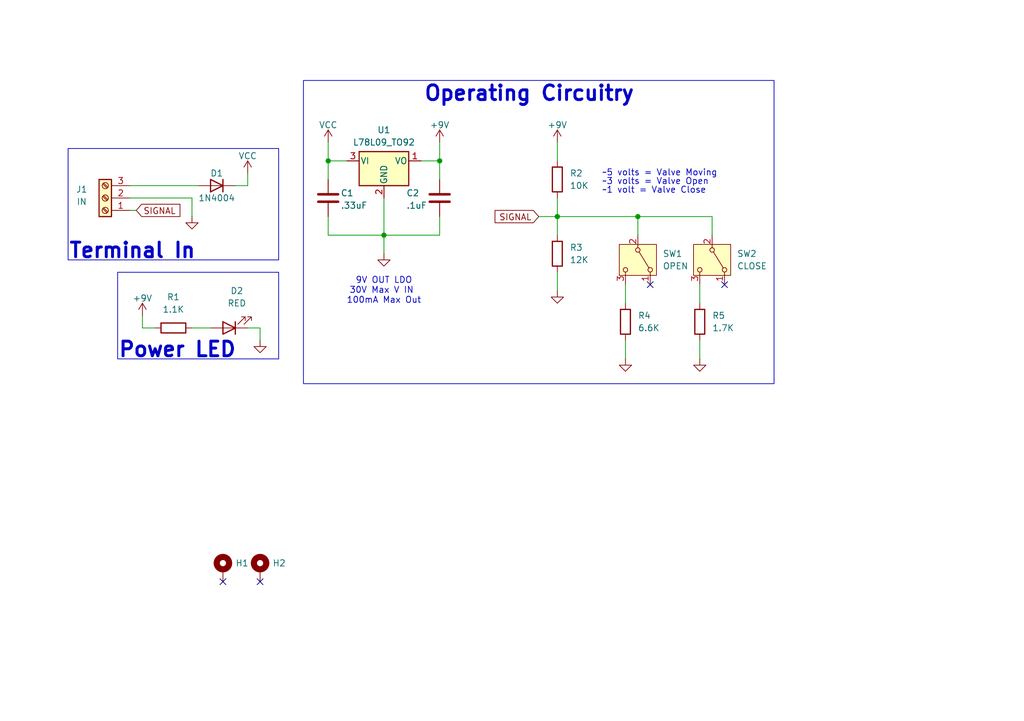
<source format=kicad_sch>
(kicad_sch (version 20250114) (generator "eeschema") (generator_version "9.0")
  (paper "A5")
  (lib_symbols
    (symbol "Connector:Screw_Terminal_01x03" (pin_names (offset 1.016) (hide yes))
      (property "Reference" "J" (at 0 5.08 0))
      (property "Value" "Screw_Terminal_01x03" (at 0 -5.08 0))
      (symbol "Screw_Terminal_01x03_1_1"
        (rectangle (start -1.27 3.81) (end 1.27 -3.81) (stroke (width 0.254)) (fill (type background)))
        (polyline (pts (xy -0.5334 2.8702) (xy 0.3302 2.032)) (stroke (width 0.1524)))
        (polyline (pts (xy -0.5334 0.3302) (xy 0.3302 -0.508)) (stroke (width 0.1524)))
        (polyline (pts (xy -0.5334 -2.2098) (xy 0.3302 -3.048)) (stroke (width 0.1524)))
        (polyline (pts (xy -0.3556 3.048) (xy 0.508 2.2098)) (stroke (width 0.1524)))
        (polyline (pts (xy -0.3556 0.508) (xy 0.508 -0.3302)) (stroke (width 0.1524)))
        (polyline (pts (xy -0.3556 -2.032) (xy 0.508 -2.8702)) (stroke (width 0.1524)))
        (circle (center 0 2.54) (radius 0.635) (stroke (width 0.1524)))
        (circle (center 0 0) (radius 0.635) (stroke (width 0.1524)))
        (circle (center 0 -2.54) (radius 0.635) (stroke (width 0.1524)))
        (pin passive line (at -5.08 2.54 0) (length 3.81) (name "Pin_1") (number "1"))
        (pin passive line (at -5.08 0 0) (length 3.81) (name "Pin_2") (number "2"))
        (pin passive line (at -5.08 -2.54 0) (length 3.81) (name "Pin_3") (number "3"))
      )
    )
    (symbol "Device:C" (pin_numbers (hide yes)) (pin_names (offset 0.254))
      (property "Reference" "C" (at 0.635 2.54 0))
      (property "Value" "C" (at 0.635 -2.54 0))
      (symbol "C_0_1"
        (polyline (pts (xy -2.032 0.762) (xy 2.032 0.762)) (stroke (width 0.508)))
        (polyline (pts (xy -2.032 -0.762) (xy 2.032 -0.762)) (stroke (width 0.508)))
      )
      (symbol "C_1_1"
        (pin passive line (at 0 3.81 270) (length 2.794) (name "~") (number "1"))
        (pin passive line (at 0 -3.81 90) (length 2.794) (name "~") (number "2"))
      )
    )
    (symbol "Device:LED" (pin_numbers (hide yes)) (pin_names (offset 1.016) (hide yes))
      (property "Reference" "D" (at 0 2.54 0))
      (property "Value" "LED" (at 0 -2.54 0))
      (symbol "LED_0_1"
        (polyline (pts (xy -3.048 -0.762) (xy -4.572 -2.286) (xy -3.81 -2.286) (xy -4.572 -2.286) (xy -4.572 -1.524)))
        (polyline (pts (xy -1.778 -0.762) (xy -3.302 -2.286) (xy -2.54 -2.286) (xy -3.302 -2.286) (xy -3.302 -1.524)))
        (polyline (pts (xy -1.27 0) (xy 1.27 0)))
        (polyline (pts (xy -1.27 -1.27) (xy -1.27 1.27)) (stroke (width 0.254)))
        (polyline (pts (xy 1.27 -1.27) (xy 1.27 1.27) (xy -1.27 0) (xy 1.27 -1.27)) (stroke (width 0.254)))
      )
      (symbol "LED_1_1"
        (pin passive line (at -3.81 0 0) (length 2.54) (name "K") (number "1"))
        (pin passive line (at 3.81 0 180) (length 2.54) (name "A") (number "2"))
      )
    )
    (symbol "Device:R" (pin_numbers (hide yes)) (pin_names (offset 0))
      (property "Reference" "R" (at 2.032 0 90))
      (property "Value" "R" (at 0 0 90))
      (symbol "R_0_1"
        (rectangle (start -1.016 -2.54) (end 1.016 2.54) (stroke (width 0.254)))
      )
      (symbol "R_1_1"
        (pin passive line (at 0 3.81 270) (length 1.27) (name "~") (number "1"))
        (pin passive line (at 0 -3.81 90) (length 1.27) (name "~") (number "2"))
      )
    )
    (symbol "Diode:1N4004" (pin_numbers (hide yes)) (pin_names (hide yes))
      (property "Reference" "D" (at 0 2.54 0))
      (property "Value" "1N4004" (at 0 -2.54 0))
      (symbol "1N4004_0_1"
        (polyline (pts (xy -1.27 1.27) (xy -1.27 -1.27)) (stroke (width 0.254)))
        (polyline (pts (xy 1.27 1.27) (xy 1.27 -1.27) (xy -1.27 0) (xy 1.27 1.27)) (stroke (width 0.254)))
        (polyline (pts (xy 1.27 0) (xy -1.27 0)))
      )
      (symbol "1N4004_1_1"
        (pin passive line (at -3.81 0 0) (length 2.54) (name "K") (number "1"))
        (pin passive line (at 3.81 0 180) (length 2.54) (name "A") (number "2"))
      )
    )
    (symbol "Mechanical:MountingHole_Pad" (pin_numbers (hide yes)) (pin_names (offset 1.016) (hide yes)) (in_bom no)
      (property "Reference" "H" (at 0 6.35 0))
      (property "Value" "MountingHole_Pad" (at 0 4.445 0))
      (symbol "MountingHole_Pad_0_1"
        (circle (center 0 1.27) (radius 1.27) (stroke (width 1.27)))
      )
      (symbol "MountingHole_Pad_1_1"
        (pin input line (at 0 -2.54 90) (length 2.54) (name "1") (number "1"))
      )
    )
    (symbol "Regulator_Linear:L78L09_TO92" (pin_names (offset 0.254))
      (property "Reference" "U" (at -3.81 3.175 0))
      (property "Value" "L78L09_TO92" (at 0 3.175 0))
      (symbol "L78L09_TO92_0_1"
        (rectangle (start -5.08 -5.08) (end 5.08 1.905) (stroke (width 0.254)) (fill (type background)))
      )
      (symbol "L78L09_TO92_1_1"
        (pin power_in line (at -7.62 0 0) (length 2.54) (name "VI") (number "3"))
        (pin power_in line (at 0 -7.62 90) (length 2.54) (name "GND") (number "2"))
        (pin power_out line (at 7.62 0 180) (length 2.54) (name "VO") (number "1"))
      )
    )
    (symbol "Switch:SW_SPDT" (pin_names (offset 0) (hide yes))
      (property "Reference" "SW" (at 0 5.08 0))
      (property "Value" "SW_SPDT" (at 0 -5.08 0))
      (symbol "SW_SPDT_0_1"
        (circle (center -2.032 0) (radius 0.4572))
        (polyline (pts (xy -1.651 0.254) (xy 1.651 2.286)))
        (circle (center 2.032 2.54) (radius 0.4572))
        (circle (center 2.032 -2.54) (radius 0.4572))
      )
      (symbol "SW_SPDT_1_1"
        (rectangle (start -3.175 3.81) (end 3.175 -3.81) (fill (type background)))
        (pin passive line (at -5.08 0 0) (length 2.54) (name "B") (number "2"))
        (pin passive line (at 5.08 2.54 180) (length 2.54) (name "A") (number "1"))
        (pin passive line (at 5.08 -2.54 180) (length 2.54) (name "C") (number "3"))
      )
    )
    (symbol "power:+9V" (power) (pin_numbers (hide yes)) (pin_names (offset 0) (hide yes))
      (property "Value" "+9V" (at 0 3.556 0))
      (symbol "+9V_0_1"
        (polyline (pts (xy -0.762 1.27) (xy 0 2.54)))
        (polyline (pts (xy 0 2.54) (xy 0.762 1.27)))
        (polyline (pts (xy 0 0) (xy 0 2.54)))
      )
      (symbol "+9V_1_1"
        (pin power_in line (at 0 0 90) (length 0) (name "~") (number "1"))
      )
    )
    (symbol "power:GND" (power) (pin_numbers (hide yes)) (pin_names (offset 0) (hide yes))
      (property "Value" "GND" (at 0 -3.81 0))
      (symbol "GND_0_1"
        (polyline (pts (xy 0 0) (xy 0 -1.27) (xy 1.27 -1.27) (xy 0 -2.54) (xy -1.27 -1.27) (xy 0 -1.27)))
      )
      (symbol "GND_1_1"
        (pin power_in line (at 0 0 270) (length 0) (name "~") (number "1"))
      )
    )
    (symbol "power:VCC" (power) (pin_numbers (hide yes)) (pin_names (offset 0) (hide yes))
      (property "Value" "VCC" (at 0 3.556 0))
      (symbol "VCC_0_1"
        (polyline (pts (xy -0.762 1.27) (xy 0 2.54)))
        (polyline (pts (xy 0 2.54) (xy 0.762 1.27)))
        (polyline (pts (xy 0 0) (xy 0 2.54)))
      )
      (symbol "VCC_1_1"
        (pin power_in line (at 0 0 90) (length 0) (name "~") (number "1"))
      )
    )
  )
  (rectangle (start 62.23 16.51) (end 158.75 78.74))
  (rectangle (start 24.13 55.88) (end 57.15 73.66))
  (rectangle (start 13.97 30.48) (end 57.15 53.34))
  (text "Operating Circuitry" (at 130.302 21.082 0) (effects (font (size 3 3) (thickness 0.6) (bold yes)) (justify right bottom)))
  (text "9V OUT LDO\n30V Max V IN \n100mA Max Out" (at 78.74 59.69 0) (effects (font (size 1.27 1.27))))
  (text "Terminal In" (at 13.97 53.34 0) (effects (font (size 3 3) (thickness 0.6) (bold yes)) (justify left bottom)))
  (text "~5 volts = Valve Moving " (at 123.444 36.322 0) (effects (font (size 1.27 1.27)) (justify left bottom)))
  (text "Power LED" (at 24.13 73.66 0) (effects (font (size 3 3) (thickness 0.6) (bold yes)) (justify left bottom)))
  (text "~1 volt = Valve Close" (at 123.444 39.878 0) (effects (font (size 1.27 1.27)) (justify left bottom)))
  (text "~3 volts = Valve Open " (at 123.444 38.1 0) (effects (font (size 1.27 1.27)) (justify left bottom)))
  (junction (at 130.81 44.45))
  (junction (at 114.3 44.45))
  (junction (at 78.74 48.26))
  (junction (at 67.31 33.02))
  (junction (at 90.17 33.02))
  (no_connect (at 45.72 119.38))
  (no_connect (at 53.34 119.38))
  (no_connect (at 133.35 58.42))
  (no_connect (at 148.59 58.42))
  (wire (pts (xy 26.67 40.64) (xy 39.37 40.64)))
  (wire (pts (xy 114.3 29.21) (xy 114.3 33.02)))
  (wire (pts (xy 67.31 33.02) (xy 67.31 29.21)))
  (wire (pts (xy 31.75 67.31) (xy 29.21 67.31)))
  (wire (pts (xy 114.3 44.45) (xy 114.3 48.26)))
  (wire (pts (xy 86.36 33.02) (xy 90.17 33.02)))
  (wire (pts (xy 143.51 62.23) (xy 143.51 58.42)))
  (wire (pts (xy 90.17 33.02) (xy 90.17 36.83)))
  (wire (pts (xy 90.17 29.21) (xy 90.17 33.02)))
  (wire (pts (xy 130.81 44.45) (xy 114.3 44.45)))
  (wire (pts (xy 29.21 67.31) (xy 29.21 64.77)))
  (wire (pts (xy 50.8 38.1) (xy 50.8 35.56)))
  (wire (pts (xy 27.94 43.18) (xy 26.67 43.18)))
  (wire (pts (xy 53.34 69.85) (xy 53.34 67.31)))
  (wire (pts (xy 67.31 33.02) (xy 71.12 33.02)))
  (wire (pts (xy 128.27 62.23) (xy 128.27 58.42)))
  (wire (pts (xy 90.17 48.26) (xy 78.74 48.26)))
  (wire (pts (xy 143.51 69.85) (xy 143.51 73.66)))
  (wire (pts (xy 128.27 69.85) (xy 128.27 73.66)))
  (wire (pts (xy 114.3 55.88) (xy 114.3 59.69)))
  (wire (pts (xy 130.81 44.45) (xy 146.05 44.45)))
  (wire (pts (xy 67.31 33.02) (xy 67.31 36.83)))
  (wire (pts (xy 146.05 48.26) (xy 146.05 44.45)))
  (wire (pts (xy 130.81 48.26) (xy 130.81 44.45)))
  (wire (pts (xy 39.37 40.64) (xy 39.37 44.45)))
  (wire (pts (xy 39.37 67.31) (xy 43.18 67.31)))
  (wire (pts (xy 67.31 44.45) (xy 67.31 48.26)))
  (wire (pts (xy 48.26 38.1) (xy 50.8 38.1)))
  (wire (pts (xy 67.31 48.26) (xy 78.74 48.26)))
  (wire (pts (xy 110.49 44.45) (xy 114.3 44.45)))
  (wire (pts (xy 26.67 38.1) (xy 40.64 38.1)))
  (wire (pts (xy 114.3 44.45) (xy 114.3 40.64)))
  (wire (pts (xy 90.17 44.45) (xy 90.17 48.26)))
  (wire (pts (xy 78.74 40.64) (xy 78.74 48.26)))
  (wire (pts (xy 53.34 67.31) (xy 50.8 67.31)))
  (wire (pts (xy 78.74 48.26) (xy 78.74 52.07)))
  (global_label "SIGNAL" (shape input) (at 27.94 43.18 0) (property "Intersheetrefs" "${INTERSHEET_REFS}" (effects (hide yes))))
  (global_label "SIGNAL" (shape input) (at 110.49 44.45 180) (property "Intersheetrefs" "${INTERSHEET_REFS}" (effects (hide yes))))
  (symbol (lib_id "Device:R") (at 143.51 66.04 0) (unit 1)
    (property "Reference" "R5" (at 146.05 64.7699 0) (effects (justify left)))
    (property "Value" "1.7K" (at 146.05 67.3099 0) (effects (justify left)))
    (property "Footprint" "Resistor_THT:R_Axial_DIN0207_L6.3mm_D2.5mm_P7.62mm_Horizontal" (effects (hide yes)))
    (property "Description" "Resistor" (effects (hide yes)))
  )
  (symbol (lib_id "power:+9V") (at 29.21 64.77 0) (unit 1)
    (property "Reference" "#PWR012" (effects (hide yes)))
    (property "Value" "+9V" (at 29.21 61.214 0))
    (property "Description" "Power symbol creates a global label with name \"+9V\"" (effects (hide yes)))
  )
  (symbol (lib_id "power:GND") (at 114.3 59.69 0) (mirror y) (unit 1)
    (property "Reference" "#PWR09" (effects (hide yes)))
    (property "Value" "GND" (effects (hide yes)))
    (property "Description" "Power symbol creates a global label with name \"GND\" , ground" (effects (hide yes)))
  )
  (symbol (lib_id "Diode:1N4004") (at 44.45 38.1 180) (unit 1)
    (property "Reference" "D1" (at 44.45 35.56 0))
    (property "Value" "1N4004" (at 44.45 40.64 0))
    (property "Footprint" "Diode_THT:D_DO-41_SOD81_P7.62mm_Horizontal" (effects (hide yes)))
    (property "Datasheet" "http://www.vishay.com/docs/88503/1n4001.pdf" (effects (hide yes)))
    (property "Description" "400V 1A General Purpose Rectifier Diode, DO-41" (effects (hide yes)))
    (property "Sim.Device" "D" (effects (hide yes)))
    (property "Sim.Pins" "1=K 2=A" (effects (hide yes)))
  )
  (symbol (lib_id "power:GND") (at 143.51 73.66 0) (mirror y) (unit 1)
    (property "Reference" "#PWR011" (effects (hide yes)))
    (property "Value" "GND" (effects (hide yes)))
    (property "Description" "Power symbol creates a global label with name \"GND\" , ground" (effects (hide yes)))
  )
  (symbol (lib_id "Switch:SW_SPDT") (at 130.81 53.34 270) (unit 1)
    (property "Reference" "SW1" (at 135.89 52.0699 90) (effects (justify left)))
    (property "Value" "OPEN" (at 135.89 54.6099 90) (effects (justify left)))
    (property "Footprint" "TerminalBlock_Phoenix:TerminalBlock_Phoenix_PT-1,5-3-3.5-H_1x03_P3.50mm_Horizontal" (effects (hide yes)))
    (property "Description" "Switch, single pole double throw" (effects (hide yes)))
  )
  (symbol (lib_id "Device:C") (at 90.17 40.64 0) (unit 1)
    (property "Reference" "C2" (at 83.312 39.624 0) (effects (justify left)))
    (property "Value" ".1uF" (at 83.312 42.164 0) (effects (justify left)))
    (property "Footprint" "Capacitor_THT:C_Disc_D5.0mm_W2.5mm_P2.50mm" (effects (hide yes)))
    (property "Description" "Unpolarized capacitor" (effects (hide yes)))
  )
  (symbol (lib_id "Regulator_Linear:L78L09_TO92") (at 78.74 33.02 0) (unit 1)
    (property "Reference" "U1" (at 78.74 26.67 0))
    (property "Value" "L78L09_TO92" (at 78.74 29.21 0))
    (property "Footprint" "Package_TO_SOT_THT:TO-92L_Inline" (effects (hide yes)))
    (property "Datasheet" "http://www.st.com/content/ccc/resource/technical/document/datasheet/15/55/e5/aa/23/5b/43/fd/CD00000446.pdf/files/CD00000446.pdf/jcr:content/translations/en.CD00000446.pdf" (effects (hide yes)))
    (property "Description" "Positive 100mA 30V Linear Regulator, Fixed Output 9V, TO-92" (effects (hide yes)))
  )
  (symbol (lib_id "power:VCC") (at 67.31 29.21 0) (unit 1)
    (property "Reference" "#PWR05" (effects (hide yes)))
    (property "Value" "VCC" (at 67.31 25.654 0))
    (property "Description" "Power symbol creates a global label with name \"VCC\"" (effects (hide yes)))
  )
  (symbol (lib_id "Device:R") (at 128.27 66.04 0) (unit 1)
    (property "Reference" "R4" (at 130.81 64.7699 0) (effects (justify left)))
    (property "Value" "6.6K" (at 130.81 67.3099 0) (effects (justify left)))
    (property "Footprint" "Resistor_THT:R_Axial_DIN0207_L6.3mm_D2.5mm_P7.62mm_Horizontal" (effects (hide yes)))
    (property "Description" "Resistor" (effects (hide yes)))
  )
  (symbol (lib_id "Device:LED") (at 46.99 67.31 180) (unit 1)
    (property "Reference" "D2" (at 48.5775 59.69 0))
    (property "Value" "RED" (at 48.5775 62.23 0))
    (property "Footprint" "LED_THT:LED_D3.0mm" (effects (hide yes)))
    (property "Description" "Light emitting diode" (effects (hide yes)))
    (property "Sim.Pins" "1=K 2=A" (effects (hide yes)))
  )
  (symbol (lib_id "power:GND") (at 53.34 69.85 0) (unit 1)
    (property "Reference" "#PWR04" (effects (hide yes)))
    (property "Value" "GND" (effects (hide yes)))
    (property "Description" "Power symbol creates a global label with name \"GND\" , ground" (effects (hide yes)))
  )
  (symbol (lib_id "Device:C") (at 67.31 40.64 0) (unit 1)
    (property "Reference" "C1" (at 69.85 39.624 0) (effects (justify left)))
    (property "Value" ".33uF" (at 69.85 42.164 0) (effects (justify left)))
    (property "Footprint" "Capacitor_THT:C_Disc_D5.0mm_W2.5mm_P2.50mm" (effects (hide yes)))
    (property "Description" "Unpolarized capacitor" (effects (hide yes)))
  )
  (symbol (lib_id "Mechanical:MountingHole_Pad") (at 45.72 116.84 0) (unit 1) (in_bom no)
    (property "Reference" "H1" (at 48.26 115.5699 0) (effects (justify left)))
    (property "Value" "MountingHole_Pad" (effects (hide yes)))
    (property "Footprint" "MountingHole:MountingHole_3.2mm_M3_DIN965_Pad_TopBottom" (effects (hide yes)))
    (property "Description" "Mounting Hole with connection" (effects (hide yes)))
  )
  (symbol (lib_id "power:+9V") (at 114.3 29.21 0) (unit 1)
    (property "Reference" "#PWR08" (effects (hide yes)))
    (property "Value" "+9V" (at 114.3 25.654 0))
    (property "Description" "Power symbol creates a global label with name \"+9V\"" (effects (hide yes)))
  )
  (symbol (lib_id "power:GND") (at 78.74 52.07 0) (mirror y) (unit 1)
    (property "Reference" "#PWR06" (effects (hide yes)))
    (property "Value" "GND" (effects (hide yes)))
    (property "Description" "Power symbol creates a global label with name \"GND\" , ground" (effects (hide yes)))
  )
  (symbol (lib_id "Switch:SW_SPDT") (at 146.05 53.34 270) (unit 1)
    (property "Reference" "SW2" (at 151.13 52.0699 90) (effects (justify left)))
    (property "Value" "CLOSE" (at 151.13 54.6099 90) (effects (justify left)))
    (property "Footprint" "TerminalBlock_Phoenix:TerminalBlock_Phoenix_PT-1,5-3-3.5-H_1x03_P3.50mm_Horizontal" (effects (hide yes)))
    (property "Description" "Switch, single pole double throw" (effects (hide yes)))
  )
  (symbol (lib_id "power:GND") (at 39.37 44.45 0) (unit 1)
    (property "Reference" "#PWR02" (effects (hide yes)))
    (property "Value" "GND" (effects (hide yes)))
    (property "Description" "Power symbol creates a global label with name \"GND\" , ground" (effects (hide yes)))
  )
  (symbol (lib_id "power:GND") (at 128.27 73.66 0) (mirror y) (unit 1)
    (property "Reference" "#PWR010" (effects (hide yes)))
    (property "Value" "GND" (effects (hide yes)))
    (property "Description" "Power symbol creates a global label with name \"GND\" , ground" (effects (hide yes)))
  )
  (symbol (lib_id "power:+9V") (at 90.17 29.21 0) (unit 1)
    (property "Reference" "#PWR07" (effects (hide yes)))
    (property "Value" "+9V" (at 90.17 25.654 0))
    (property "Description" "Power symbol creates a global label with name \"+9V\"" (effects (hide yes)))
  )
  (symbol (lib_id "Connector:Screw_Terminal_01x03") (at 21.59 40.64 180) (unit 1)
    (property "Reference" "J1" (at 16.764 38.862 0))
    (property "Value" "IN" (at 16.764 41.402 0))
    (property "Footprint" "TerminalBlock_Phoenix:TerminalBlock_Phoenix_PT-1,5-3-3.5-H_1x03_P3.50mm_Horizontal" (effects (hide yes)))
    (property "Description" "Generic screw terminal, single row, 01x03, script generated (kicad-library-utils/schlib/autogen/connector/)" (effects (hide yes)))
  )
  (symbol (lib_id "Mechanical:MountingHole_Pad") (at 53.34 116.84 0) (unit 1) (in_bom no)
    (property "Reference" "H2" (at 55.88 115.5699 0) (effects (justify left)))
    (property "Value" "MountingHole_Pad" (effects (hide yes)))
    (property "Footprint" "MountingHole:MountingHole_3.2mm_M3_DIN965_Pad_TopBottom" (effects (hide yes)))
    (property "Description" "Mounting Hole with connection" (effects (hide yes)))
  )
  (symbol (lib_id "Device:R") (at 35.56 67.31 90) (unit 1)
    (property "Reference" "R1" (at 35.56 60.96 90))
    (property "Value" "1.1K" (at 35.56 63.5 90))
    (property "Footprint" "Resistor_THT:R_Axial_DIN0207_L6.3mm_D2.5mm_P7.62mm_Horizontal" (effects (hide yes)))
    (property "Description" "Resistor" (effects (hide yes)))
  )
  (symbol (lib_id "Device:R") (at 114.3 36.83 0) (unit 1)
    (property "Reference" "R2" (at 116.84 35.5599 0) (effects (justify left)))
    (property "Value" "10K" (at 116.84 38.0999 0) (effects (justify left)))
    (property "Footprint" "Resistor_THT:R_Axial_DIN0207_L6.3mm_D2.5mm_P7.62mm_Horizontal" (effects (hide yes)))
    (property "Description" "Resistor" (effects (hide yes)))
  )
  (symbol (lib_id "Device:R") (at 114.3 52.07 0) (unit 1)
    (property "Reference" "R3" (at 116.84 50.7999 0) (effects (justify left)))
    (property "Value" "12K" (at 116.84 53.3399 0) (effects (justify left)))
    (property "Footprint" "Resistor_THT:R_Axial_DIN0207_L6.3mm_D2.5mm_P7.62mm_Horizontal" (effects (hide yes)))
    (property "Description" "Resistor" (effects (hide yes)))
  )
  (symbol (lib_id "power:VCC") (at 50.8 35.56 0) (unit 1)
    (property "Reference" "#PWR03" (effects (hide yes)))
    (property "Value" "VCC" (at 50.8 32.004 0))
    (property "Description" "Power symbol creates a global label with name \"VCC\"" (effects (hide yes)))
  )
)
</source>
